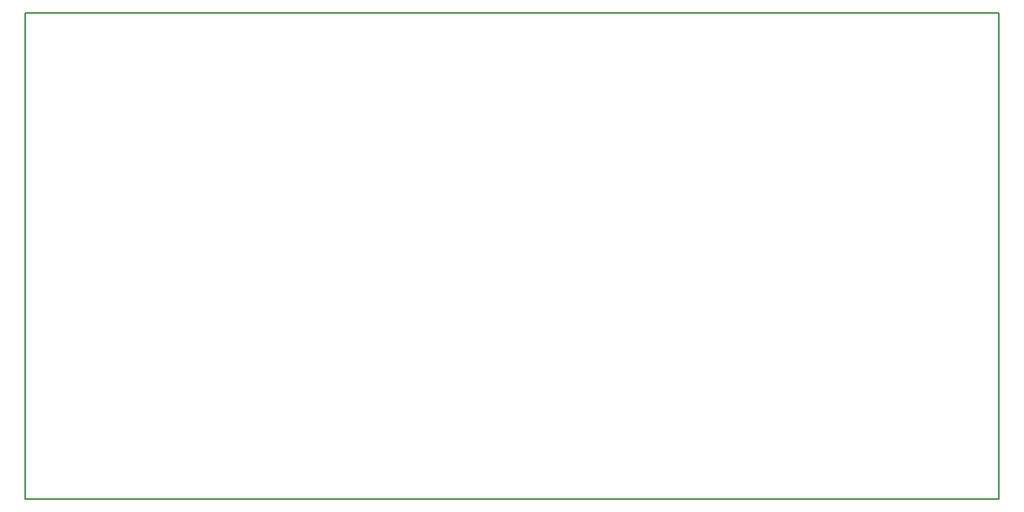
<source format=gbr>
G04 #@! TF.GenerationSoftware,KiCad,Pcbnew,(5.0.1)-4*
G04 #@! TF.CreationDate,2019-01-25T14:15:17+03:00*
G04 #@! TF.ProjectId,Lab Ampl,4C616220416D706C2E6B696361645F70,rev?*
G04 #@! TF.SameCoordinates,Original*
G04 #@! TF.FileFunction,Profile,NP*
%FSLAX46Y46*%
G04 Gerber Fmt 4.6, Leading zero omitted, Abs format (unit mm)*
G04 Created by KiCad (PCBNEW (5.0.1)-4) date 25/01/2019 14:15:17*
%MOMM*%
%LPD*%
G01*
G04 APERTURE LIST*
%ADD10C,0.150000*%
G04 APERTURE END LIST*
D10*
X101600000Y-63500000D02*
X101600000Y-114300000D01*
X203200000Y-63500000D02*
X101600000Y-63500000D01*
X203200000Y-114300000D02*
X203200000Y-63500000D01*
X101600000Y-114300000D02*
X203200000Y-114300000D01*
M02*

</source>
